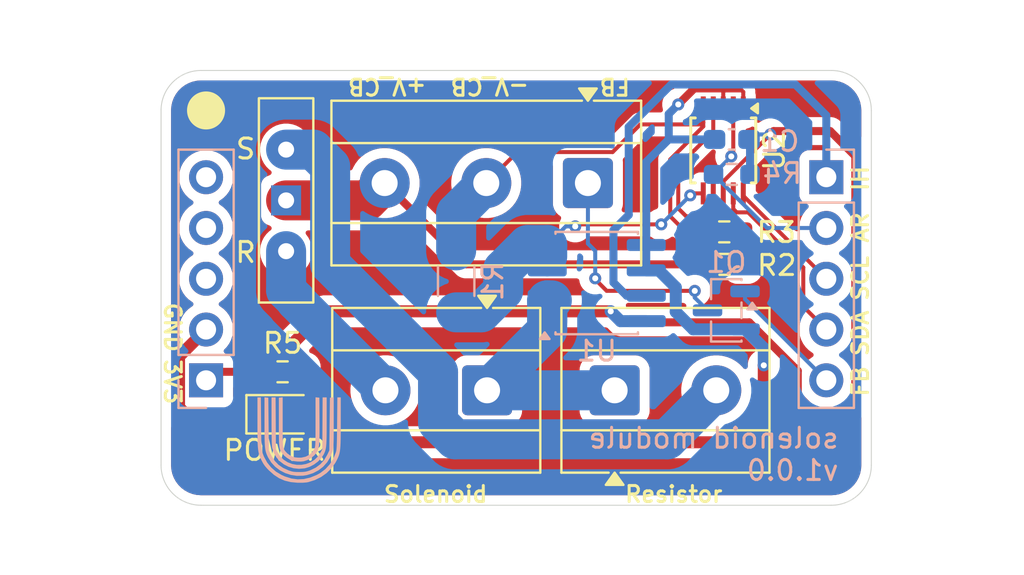
<source format=kicad_pcb>
(kicad_pcb (version 20241229) (generator "pcbnew") (generator_version "9.0")
  (layers (0 "F.Cu" signal) (2 "B.Cu" signal) (13 "F.Paste" user) (15 "B.Paste" user) (5 "F.SilkS" user "F.Silkscreen") (7 "B.SilkS" user "B.Silkscreen") (1 "F.Mask" user) (3 "B.Mask" user) (25 "Edge.Cuts" user))
  (net 0 "")
  (net 1 "GND")
  (net 2 "+3V3")
  (net 6 "/Current measure/I_Hall")
  (net 7 "/ADC/ALERT{slash}READY")
  (net 8 "SDA")
  (net 9 "Net-(J2-Pin_5)")
  (net 10 "SCL")
  (net 11 "/Current measure/IN+")
  (net 12 "Net-(J3-Pin_2)")
  (net 13 "Net-(J4-Pin_2)")
  (net 14 "Net-(J5-Pin_1)")
  (net 15 "+12V_camera_box")
  (net 16 "/ADC/A1")
  (net 17 "/ADC/A2")
  (net 18 "/ADC/A0")
  (net 19 "/ADC/A3")
  (net 20 "Net-(D2-A)")
  (footprint "TerminalBlock_MetzConnect:TerminalBlock_MetzConnect_Type101_RT01602HBWC_1x02_P5.08mm_Horizontal" (layer "F.Cu") (at 76.42 40.5)
    (property "Reference" "Resistor" (at 2.955 5.2 0) (layer "F.SilkS") (effects (font (size 0.8 0.8))))
    (property "Value" "1x2 5.08")
    (fp_line (start -2.66 -4.12) (end 7.74 -4.12) (stroke (width 0.12)) (layer "F.SilkS"))
    (fp_line (start -2.66 -2) (end 7.74 -2) (stroke (width 0.12)) (layer "F.SilkS"))
    (fp_line (start -2.66 2) (end 7.74 2) (stroke (width 0.12)) (layer "F.SilkS"))
    (fp_line (start -2.66 4.12) (end -2.66 -4.12) (stroke (width 0.12)) (layer "F.SilkS"))
    (fp_line (start -0.3 4.12) (end -2.66 4.12) (stroke (width 0.12)) (layer "F.SilkS"))
    (fp_line (start 7.74 -4.12) (end 7.74 4.12) (stroke (width 0.12)) (layer "F.SilkS"))
    (fp_line (start 7.74 4.12) (end 0.3 4.12) (stroke (width 0.12)) (layer "F.SilkS"))
    (fp_poly (pts (xy 0 4.12) (xy 0.44 4.73) (xy -0.44 4.73)) (stroke (width 0.12)) (fill yes) (layer "F.SilkS"))
    (pad "1" thru_hole roundrect (at 0 0) (size 2.5 2.5) (drill 1.3) (layers "*.Cu" "*.Mask") (roundrect_rratio 0.1) (net 11 "/Current measure/IN+"))
    (pad "2" thru_hole circle (at 5.08 0) (size 2.5 2.5) (drill 1.3) (layers "*.Cu" "*.Mask") (net 12 "Net-(J3-Pin_2)"))
  )
  (footprint "Button_Switch_THT:SW_Slide-03_Wuerth-WS-SLTV_10x2.5x6.4_P2.54mm" (layer "F.Cu") (at 60 31 90)
    (property "Reference" "SW1" (hide yes))
    (property "Value" "3way switch")
    (fp_rect (start -5.11 -1.36) (end 5.11 1.36) (stroke (width 0.12)) (fill no) (layer "F.SilkS"))
    (pad "1" thru_hole rect (at 0 0 90) (size 1.5 1.5) (drill 0.8) (layers "*.Cu" "*.Mask") (net 15 "+12V_camera_box"))
    (pad "2" thru_hole circle (at -2.54 0 90) (size 1.6 1.6) (drill 0.8) (layers "*.Cu" "*.Mask") (net 13 "Net-(J4-Pin_2)"))
    (pad "3" thru_hole circle (at 2.54 0 90) (size 1.6 1.6) (drill 0.8) (layers "*.Cu" "*.Mask") (net 12 "Net-(J3-Pin_2)"))
  )
  (footprint "Package_SO:TSSOP-10_3x3mm_P0.5mm" (layer "F.Cu") (at 81.85 28.5 -90)
    (property "Reference" "U2" (at 0 -2.55 90) (layer "F.SilkS"))
    (property "Value" "ADS1115IDGS")
    (fp_line (start -1.625 1.625) (end 1.625 1.625) (stroke (width 0.15)) (layer "F.SilkS"))
    (fp_line (start -1.625 1.625) (end -1.625 1.4) (stroke (width 0.15)) (layer "F.SilkS"))
    (fp_line (start 1.625 1.625) (end 1.625 1.4) (stroke (width 0.15)) (layer "F.SilkS"))
    (fp_line (start -1.625 -1.625) (end -1.625 -1.4) (stroke (width 0.15)) (layer "F.SilkS"))
    (fp_line (start -1.625 -1.625) (end 1.625 -1.625) (stroke (width 0.15)) (layer "F.SilkS"))
    (fp_line (start 1.625 -1.625) (end 1.625 -1.4) (stroke (width 0.15)) (layer "F.SilkS"))
    (fp_poly (pts (xy -2.1 -1.4) (xy -2.34 -1.73) (xy -1.86 -1.73) (xy -2.1 -1.4)) (stroke (width 0.12)) (fill yes) (layer "F.SilkS"))
    (pad "1" smd rect (at -2.15 -1 270) (size 1.1 0.25) (layers "F.Cu" "F.Mask" "F.Paste") (net 1 "GND"))
    (pad "2" smd rect (at -2.15 -0.5 270) (size 1.1 0.25) (layers "F.Cu" "F.Mask" "F.Paste") (net 7 "/ADC/ALERT{slash}READY"))
    (pad "3" smd rect (at -2.15 0 270) (size 1.1 0.25) (layers "F.Cu" "F.Mask" "F.Paste") (net 1 "GND"))
    (pad "4" smd rect (at -2.15 0.5 270) (size 1.1 0.25) (layers "F.Cu" "F.Mask" "F.Paste") (net 18 "/ADC/A0"))
    (pad "5" smd rect (at -2.15 1 270) (size 1.1 0.25) (layers "F.Cu" "F.Mask" "F.Paste") (net 16 "/ADC/A1"))
    (pad "6" smd rect (at 2.15 1 270) (size 1.1 0.25) (layers "F.Cu" "F.Mask" "F.Paste") (net 17 "/ADC/A2"))
    (pad "7" smd rect (at 2.15 0.5 270) (size 1.1 0.25) (layers "F.Cu" "F.Mask" "F.Paste") (net 19 "/ADC/A3"))
    (pad "8" smd rect (at 2.15 0 270) (size 1.1 0.25) (layers "F.Cu" "F.Mask" "F.Paste") (net 2 "+3V3"))
    (pad "9" smd rect (at 2.15 -0.5 270) (size 1.1 0.25) (layers "F.Cu" "F.Mask" "F.Paste") (net 8 "SDA"))
    (pad "10" smd rect (at 2.15 -1 270) (size 1.1 0.25) (layers "F.Cu" "F.Mask" "F.Paste") (net 10 "SCL"))
  )
  (footprint "Resistor_SMD:R_0603_1608Metric_Pad0.98x0.95mm_HandSolder" (layer "F.Cu") (at 59.825 39.575)
    (property "Reference" "R5" (at 0 -1.43 0) (layer "F.SilkS"))
    (property "Value" "1k")
    (fp_line (start -0.254724 -0.5225) (end 0.254724 -0.5225) (stroke (width 0.12)) (layer "F.SilkS"))
    (fp_line (start -0.254724 0.5225) (end 0.254724 0.5225) (stroke (width 0.12)) (layer "F.SilkS"))
    (pad "1" smd roundrect (at -0.9125 0) (size 0.975 0.95) (layers "F.Cu" "F.Mask" "F.Paste") (net 2 "+3V3"))
    (pad "2" smd roundrect (at 0.9125 0) (size 0.975 0.95) (layers "F.Cu" "F.Mask" "F.Paste") (net 20 "Net-(D2-A)"))
  )
  (footprint "TerminalBlock_MetzConnect:TerminalBlock_MetzConnect_Type101_RT01602HBWC_1x02_P5.08mm_Horizontal" (layer "F.Cu") (at 70.045 40.5 180)
    (property "Reference" "Solenoid" (at 2.57 -5.2 0) (layer "F.SilkS") (effects (font (size 0.8 0.8))))
    (property "Value" "1x2 5.08")
    (fp_line (start 7.74 4.12) (end 0.3 4.12) (stroke (width 0.12)) (layer "F.SilkS"))
    (fp_line (start 7.74 -4.12) (end 7.74 4.12) (stroke (width 0.12)) (layer "F.SilkS"))
    (fp_line (start -0.3 4.12) (end -2.66 4.12) (stroke (width 0.12)) (layer "F.SilkS"))
    (fp_line (start -2.66 4.12) (end -2.66 -4.12) (stroke (width 0.12)) (layer "F.SilkS"))
    (fp_line (start -2.66 2) (end 7.74 2) (stroke (width 0.12)) (layer "F.SilkS"))
    (fp_line (start -2.66 -2) (end 7.74 -2) (stroke (width 0.12)) (layer "F.SilkS"))
    (fp_line (start -2.66 -4.12) (end 7.74 -4.12) (stroke (width 0.12)) (layer "F.SilkS"))
    (fp_poly (pts (xy 0 4.12) (xy 0.44 4.73) (xy -0.44 4.73)) (stroke (width 0.12)) (fill yes) (layer "F.SilkS"))
    (pad "1" thru_hole roundrect (at 0 0 180) (size 2.5 2.5) (drill 1.3) (layers "*.Cu" "*.Mask") (roundrect_rratio 0.1) (net 11 "/Current measure/IN+"))
    (pad "2" thru_hole circle (at 5.08 0 180) (size 2.5 2.5) (drill 1.3) (layers "*.Cu" "*.Mask") (net 13 "Net-(J4-Pin_2)"))
  )
  (footprint "Resistor_SMD:R_0603_1608Metric_Pad0.98x0.95mm_HandSolder" (layer "F.Cu") (at 81.9 32.575 180)
    (property "Reference" "R3" (at -2.6 -0.025 0) (layer "F.SilkS"))
    (property "Value" "3K3")
    (fp_line (start -0.254724 0.5225) (end 0.254724 0.5225) (stroke (width 0.12)) (layer "F.SilkS"))
    (fp_line (start -0.254724 -0.5225) (end 0.254724 -0.5225) (stroke (width 0.12)) (layer "F.SilkS"))
    (pad "1" smd roundrect (at -0.9125 0 180) (size 0.975 0.95) (layers "F.Cu" "F.Mask" "F.Paste") (net 18 "/ADC/A0"))
    (pad "2" smd roundrect (at 0.9125 0 180) (size 0.975 0.95) (layers "F.Cu" "F.Mask" "F.Paste") (net 16 "/ADC/A1"))
  )
  (footprint "Resistor_SMD:R_0603_1608Metric_Pad0.98x0.95mm_HandSolder" (layer "F.Cu") (at 81.9125 34.2)
    (property "Reference" "R2" (at 2.6125 0.05 0) (layer "F.SilkS"))
    (property "Value" "10K")
    (fp_line (start -0.254724 -0.5225) (end 0.254724 -0.5225) (stroke (width 0.12)) (layer "F.SilkS"))
    (fp_line (start -0.254724 0.5225) (end 0.254724 0.5225) (stroke (width 0.12)) (layer "F.SilkS"))
    (pad "1" smd roundrect (at -0.9125 0) (size 0.975 0.95) (layers "F.Cu" "F.Mask" "F.Paste") (net 15 "+12V_camera_box"))
    (pad "2" smd roundrect (at 0.9125 0) (size 0.975 0.95) (layers "F.Cu" "F.Mask" "F.Paste") (net 18 "/ADC/A0"))
  )
  (footprint "TerminalBlock_MetzConnect:TerminalBlock_MetzConnect_Type101_RT01603HBWC_1x03_P5.08mm_Horizontal" (layer "F.Cu") (at 75.085 30.1325 180)
    (property "Reference" "J5" (hide yes))
    (property "Value" "1x3 5.08")
    (fp_line (start 12.82 4.12) (end 0.3 4.12) (stroke (width 0.12)) (layer "F.SilkS"))
    (fp_line (start 12.82 -4.12) (end 12.82 4.12) (stroke (width 0.12)) (layer "F.SilkS"))
    (fp_line (start -0.3 4.12) (end -2.66 4.12) (stroke (width 0.12)) (layer "F.SilkS"))
    (fp_line (start -2.66 4.12) (end -2.66 -4.12) (stroke (width 0.12)) (layer "F.SilkS"))
    (fp_line (start -2.66 2) (end 12.82 2) (stroke (width 0.12)) (layer "F.SilkS"))
    (fp_line (start -2.66 -2) (end 12.82 -2) (stroke (width 0.12)) (layer "F.SilkS"))
    (fp_line (start -2.66 -4.12) (end 12.82 -4.12) (stroke (width 0.12)) (layer "F.SilkS"))
    (fp_poly (pts (xy 0 4.12) (xy 0.44 4.73) (xy -0.44 4.73)) (stroke (width 0.12)) (fill yes) (layer "F.SilkS"))
    (pad "1" thru_hole roundrect (at 0 0 180) (size 2.5 2.5) (drill 1.3) (layers "*.Cu" "*.Mask") (roundrect_rratio 0.1) (net 14 "Net-(J5-Pin_1)"))
    (pad "2" thru_hole circle (at 5.08 0 180) (size 2.5 2.5) (drill 1.3) (layers "*.Cu" "*.Mask") (net 16 "/ADC/A1"))
    (pad "3" thru_hole circle (at 10.16 0 180) (size 2.5 2.5) (drill 1.3) (layers "*.Cu" "*.Mask") (net 15 "+12V_camera_box"))
  )
  (footprint "LED_SMD:LED_0805_2012Metric_Pad1.15x1.40mm_HandSolder" (layer "F.Cu") (at 59.875 41.7)
    (property "Reference" "POWER" (at -0.45 1.8 0) (layer "F.SilkS"))
    (property "Value" "LED_GREEN")
    (fp_line (start -1.86 -0.96) (end -1.86 0.96) (stroke (width 0.12)) (layer "F.SilkS"))
    (fp_line (start -1.86 0.96) (end 1 0.96) (stroke (width 0.12)) (layer "F.SilkS"))
    (fp_line (start 1 -0.96) (end -1.86 -0.96) (stroke (width 0.12)) (layer "F.SilkS"))
    (pad "1" smd roundrect (at -1.025 0) (size 1.15 1.4) (layers "F.Cu" "F.Mask" "F.Paste") (roundrect_rratio 0.217391) (net 1 "GND"))
    (pad "2" smd roundrect (at 1.025 0) (size 1.15 1.4) (layers "F.Cu" "F.Mask" "F.Paste") (roundrect_rratio 0.217391) (net 20 "Net-(D2-A)"))
  )
  (footprint "Connector_PinHeader_2.54mm:PinHeader_1x05_P2.54mm_Vertical" (layer "B.Cu") (at 87 29.84 180)
    (property "Reference" "J2" (hide yes))
    (property "Value" "1x5 2.54")
    (fp_line (start 1.38 -1.27) (end 1.38 -11.54) (stroke (width 0.12)) (layer "B.SilkS"))
    (fp_line (start -1.38 1.38) (end 0 1.38) (stroke (width 0.12)) (layer "B.SilkS"))
    (fp_line (start -1.38 0) (end -1.38 1.38) (stroke (width 0.12)) (layer "B.SilkS"))
    (fp_line (start -1.38 -1.27) (end 1.38 -1.27) (stroke (width 0.12)) (layer "B.SilkS"))
    (fp_line (start -1.38 -1.27) (end -1.38 -11.54) (stroke (width 0.12)) (layer "B.SilkS"))
    (fp_line (start -1.38 -11.54) (end 1.38 -11.54) (stroke (width 0.12)) (layer "B.SilkS"))
    (pad "1" thru_hole rect (at 0 0 180) (size 1.7 1.7) (drill 1) (layers "*.Cu" "*.Mask") (net 6 "/Current measure/I_Hall"))
    (pad "2" thru_hole circle (at 0 -2.54 180) (size 1.7 1.7) (drill 1) (layers "*.Cu" "*.Mask") (net 7 "/ADC/ALERT{slash}READY"))
    (pad "3" thru_hole circle (at 0 -5.08 180) (size 1.7 1.7) (drill 1) (layers "*.Cu" "*.Mask") (net 10 "SCL"))
    (pad "4" thru_hole circle (at 0 -7.62 180) (size 1.7 1.7) (drill 1) (layers "*.Cu" "*.Mask") (net 8 "SDA"))
    (pad "5" thru_hole circle (at 0 -10.16 180) (size 1.7 1.7) (drill 1) (layers "*.Cu" "*.Mask") (net 9 "Net-(J2-Pin_5)"))
  )
  (footprint "Package_SO:SOIC-8_3.9x4.9mm_P1.27mm" (layer "B.Cu") (at 75.525 35.135)
    (property "Reference" "U1" (at 0 3.4 0) (layer "B.SilkS") (effects (justify mirror)))
    (property "Value" "TMCS1107A3")
    (fp_line (start -2.06 -2.56) (end -2.06 -2.465) (stroke (width 0.12)) (layer "B.SilkS"))
    (fp_line (start -2.06 2.465) (end -2.06 2.56) (stroke (width 0.12)) (layer "B.SilkS"))
    (fp_line (start -2.06 2.56) (end 2.06 2.56) (stroke (width 0.12)) (layer "B.SilkS"))
    (fp_line (start 2.06 -2.56) (end -2.06 -2.56) (stroke (width 0.12)) (layer "B.SilkS"))
    (fp_line (start 2.06 -2.465) (end 2.06 -2.56) (stroke (width 0.12)) (layer "B.SilkS"))
    (fp_line (start 2.06 2.56) (end 2.06 2.465) (stroke (width 0.12)) (layer "B.SilkS"))
    (fp_poly (pts (xy -2.6 2.47) (xy -2.84 2.8) (xy -2.36 2.8)) (stroke (width 0.12)) (fill yes) (layer "B.SilkS"))
    (pad "1" smd roundrect (at -2.475 1.905) (size 1.95 0.6) (layers "B.Cu" "B.Mask" "B.Paste") (net 11 "/Current measure/IN+"))
    (pad "2" smd roundrect (at -2.475 0.635) (size 1.95 0.6) (layers "B.Cu" "B.Mask" "B.Paste") (net 11 "/Current measure/IN+"))
    (pad "3" smd roundrect (at -2.475 -0.635) (size 1.95 0.6) (layers "B.Cu" "B.Mask" "B.Paste") (net 17 "/ADC/A2"))
    (pad "4" smd roundrect (at -2.475 -1.905) (size 1.95 0.6) (layers "B.Cu" "B.Mask" "B.Paste") (net 17 "/ADC/A2"))
    (pad "5" smd roundrect (at 2.475 -1.905) (size 1.95 0.6) (layers "B.Cu" "B.Mask" "B.Paste") (net 1 "GND"))
    (pad "6" smd roundrect (at 2.475 -0.635) (size 1.95 0.6) (layers "B.Cu" "B.Mask" "B.Paste") (net 1 "GND"))
    (pad "7" smd roundrect (at 2.475 0.635) (size 1.95 0.6) (layers "B.Cu" "B.Mask" "B.Paste") (net 6 "/Current measure/I_Hall"))
    (pad "8" smd roundrect (at 2.475 1.905) (size 1.95 0.6) (layers "B.Cu" "B.Mask" "B.Paste") (net 2 "+3V3"))
  )
  (footprint "Package_TO_SOT_SMD:SOT-23" (layer "B.Cu") (at 82 36.5 180)
    (property "Reference" "Q1" (at 0 2.4 0) (layer "B.SilkS") (effects (justify mirror)))
    (property "Value" "BC817")
    (fp_line (start 0.76 1.56) (end 0.76 0.56) (stroke (width 0.12)) (layer "B.SilkS"))
    (fp_line (start 0.76 -0.56) (end 0.76 -1.56) (stroke (width 0.12)) (layer "B.SilkS"))
    (fp_line (start 0.76 -1.56) (end -0.76 -1.56) (stroke (width 0.12)) (layer "B.SilkS"))
    (fp_line (start -0.76 1.56) (end 0.76 1.56) (stroke (width 0.12)) (layer "B.SilkS"))
    (fp_line (start -0.76 1.51) (end -0.76 1.56) (stroke (width 0.12)) (layer "B.SilkS"))
    (fp_line (start -0.76 -0.39) (end -0.76 0.39) (stroke (width 0.12)) (layer "B.SilkS"))
    (fp_line (start -0.76 -1.56) (end -0.76 -1.51) (stroke (width 0.12)) (layer "B.SilkS"))
    (fp_poly (pts (xy -1.3 0.38) (xy -1.06 0.05) (xy -1.54 0.05)) (stroke (width 0.12)) (fill yes) (layer "B.SilkS"))
    (pad "1" smd roundrect (at -0.9375 0.95 180) (size 1.475 0.6) (layers "B.Cu" "B.Mask" "B.Paste") (net 9 "Net-(J2-Pin_5)"))
    (pad "2" smd roundrect (at -0.9375 -0.95 180) (size 1.475 0.6) (layers "B.Cu" "B.Mask" "B.Paste") (net 1 "GND"))
    (pad "3" smd roundrect (at 0.9375 0 180) (size 1.475 0.6) (layers "B.Cu" "B.Mask" "B.Paste") (net 14 "Net-(J5-Pin_1)"))
  )
  (footprint "LOGO" (layer "B.Cu") (at 60.65 45.399953 180)
    (property "Reference" "G***" (hide yes))
    (property "Value" "LOGO" (hide yes))
    (fp_poly (pts (xy -1.16703 3.248326) (xy -1.158545 1.950462) (xy -1.076093 1.793912) (xy -0.936279 1.586114) (xy -0.762677 1.419959) (xy -0.562812 1.295449) (xy -0.344209 1.212583) (xy -0.114394 1.17136) (xy 0.119107 1.171782) (xy 0.348769 1.213847) (xy 0.567067 1.297556) (xy 0.766475 1.422909) (xy 0.939468 1.589907) (xy 1.076092 1.793912) (xy 1.158545 1.950462) (xy 1.167029 3.248326) (xy 1.175514 4.54619) (xy 1.277018 4.54619) (xy 1.378522 4.54619) (xy 1.378522 3.359758) (xy 1.37763 3.01649) (xy 1.374996 2.718631) (xy 1.370681 2.468701) (xy 1.364747 2.269222) (xy 1.357255 2.122715) (xy 1.348267 2.031699) (xy 1.345791 2.017899) (xy 1.26465 1.767855) (xy 1.13597 1.544596) (xy 0.966299 1.35219) (xy 0.762182 1.194708) (xy 0.530164 1.076219) (xy 0.276794 1.000794) (xy 0.008615 0.972502) (xy -0.267824 0.995413) (xy -0.291648 0.999882) (xy -0.518831 1.069435) (xy -0.739084 1.182993) (xy -0.939697 1.3311) (xy -1.107963 1.504296) (xy -1.231175 1.693126) (xy -1.235803 1.702557) (xy -1.269485 1.775632) (xy -1.297435 1.846931) (xy -1.320183 1.922609) (xy -1.338259 2.00882) (xy -1.352194 2.11172) (xy -1.362517 2.237465) (xy -1.369759 2.392208) (xy -1.37445 2.582105) (xy -1.377119 2.813312) (xy -1.378297 3.091982) (xy -1.378522 3.359758) (xy -1.378522 4.54619) (xy -1.277019 4.54619) (xy -1.175515 4.54619)) (fill yes) (layer "B.SilkS"))
    (fp_poly (pts (xy 1.730051 3.32351) (xy 1.729622 2.994938) (xy 1.728168 2.718819) (xy 1.725059 2.488947) (xy 1.719665 2.299117) (xy 1.711358 2.143121) (xy 1.699507 2.014754) (xy 1.683482 1.90781) (xy 1.662655 1.816082) (xy 1.636395 1.733366) (xy 1.604073 1.653454) (xy 1.565059 1.570141) (xy 1.548838 1.537282) (xy 1.393055 1.287934) (xy 1.194682 1.073031) (xy 0.960763 0.895751) (xy 0.69834 0.759272) (xy 0.414456 0.666772) (xy 0.116156 0.62143) (xy -0.189518 0.626423) (xy -0.395959 0.659737) (xy -0.695209 0.754151) (xy -0.966063 0.895553) (xy -1.203483 1.079188) (xy -1.402433 1.300305) (xy -1.557876 1.554149) (xy -1.664774 1.835966) (xy -1.672255 1.864152) (xy -1.686664 1.924243) (xy -1.698494 1.985294) (xy -1.707998 2.053593) (xy -1.715426 2.135427) (xy -1.72103 2.237083) (xy -1.725061 2.364847) (xy -1.72777 2.525009) (xy -1.729409 2.723854) (xy -1.730229 2.96767) (xy -1.730481 3.262745) (xy -1.730485 3.320869) (xy -1.730485 4.549906) (xy -1.635162 4.540716) (xy -1.539839 4.531525) (xy -1.525174 3.211663) (xy -1.510509 1.891802) (xy -1.404587 1.671825) (xy -1.251944 1.415239) (xy -1.061308 1.202422) (xy -0.830376 1.031334) (xy -0.556845 0.899935) (xy -0.516273 0.885034) (xy -0.402701 0.848698) (xy -0.297633 0.826385) (xy -0.17984 0.815081) (xy -0.028098 0.811777) (xy 0 0.811788) (xy 0.154715 0.814526) (xy 0.272231 0.824117) (xy 0.373907 0.843894) (xy 0.481096 0.877187) (xy 0.527944 0.89416) (xy 0.801243 1.018549) (xy 1.027939 1.173741) (xy 1.214445 1.365425) (xy 1.367171 1.599293) (xy 1.404134 1.671825) (xy 1.510508 1.891802) (xy 1.525173 3.211663) (xy 1.539838 4.531525) (xy 1.635161 4.540716) (xy 1.730485 4.549906)) (fill yes) (layer "B.SilkS"))
    (fp_poly (pts (xy 0.91657 4.540716) (xy 1.011893 4.531525) (xy 1.011893 3.314319) (xy 1.011757 2.999393) (xy 1.01092 2.737199) (xy 1.008739 2.521809) (xy 1.004572 2.347294) (xy 0.997775 2.207727) (xy 0.987705 2.097179) (xy 0.97372 2.009721) (xy 0.955176 1.939425) (xy 0.93143 1.880364) (xy 0.90184 1.826608) (xy 0.865763 1.77223) (xy 0.840824 1.736961) (xy 0.739769 1.625601) (xy 0.604346 1.516819) (xy 0.457171 1.427118) (xy 0.356415 1.383539) (xy 0.22782 1.353978) (xy 0.069534 1.33722) (xy -0.090546 1.334888) (xy -0.224527 1.348604) (xy -0.228917 1.349503) (xy -0.418073 1.411927) (xy -0.599427 1.512982) (xy -0.758326 1.641868) (xy -0.880118 1.787784) (xy -0.920388 1.859205) (xy -0.946709 1.921286) (xy -0.968353 1.990158) (xy -0.985703 2.071758) (xy -0.999138 2.172021) (xy -1.009041 2.296882) (xy -1.015792 2.452275) (xy -1.019773 2.644137) (xy -1.021365 2.878402) (xy -1.020949 3.161006) (xy -1.019581 3.403518) (xy -1.011894 4.531525) (xy -0.916571 4.540716) (xy -0.821248 4.549906) (xy -0.820603 3.32351) (xy -0.820277 3.020426) (xy -0.819492 2.770259) (xy -0.818015 2.567266) (xy -0.815617 2.405704) (xy -0.812064 2.27983) (xy -0.807125 2.183899) (xy -0.800569 2.112171) (xy -0.792163 2.0589) (xy -0.781677 2.018345) (xy -0.768878 1.984762) (xy -0.766368 1.979142) (xy -0.656928 1.805987) (xy -0.506359 1.671146) (xy -0.320871 1.578295) (xy -0.106676 1.531107) (xy 0 1.525747) (xy 0.221234 1.547745) (xy 0.410622 1.615954) (xy 0.576337 1.733692) (xy 0.621835 1.778307) (xy 0.668612 1.827729) (xy 0.707435 1.873198) (xy 0.739046 1.920479) (xy 0.764184 1.97534) (xy 0.783593 2.043546) (xy 0.798012 2.130864) (xy 0.808182 2.24306) (xy 0.814846 2.385899) (xy 0.818743 2.565149) (xy 0.820615 2.786575) (xy 0.821203 3.055944) (xy 0.821247 3.329901) (xy 0.821247 4.549906)) (fill yes) (layer "B.SilkS"))
    (fp_poly (pts (xy -1.89947 3.248326) (xy -1.896507 2.93247) (xy -1.893446 2.669571) (xy -1.890041 2.453927) (xy -1.886041 2.279836) (xy -1.881198 2.141595) (xy -1.875264 2.033501) (xy -1.867989 1.949852) (xy -1.859125 1.884945) (xy -1.848424 1.833078) (xy -1.83583 1.789146) (xy -1.705446 1.474546) (xy -1.531423 1.197678) (xy -1.315591 0.960688) (xy -1.059782 0.765718) (xy -0.875049 0.663555) (xy -0.552484 0.533851) (xy -0.238089 0.461394) (xy 0.072762 0.446184) (xy 0.384698 0.488221) (xy 0.702345 0.587506) (xy 0.875048 0.663555) (xy 1.155595 0.830376) (xy 1.39734 1.040596) (xy 1.598453 1.292071) (xy 1.757104 1.582658) (xy 1.83583 1.789146) (xy 1.848587 1.83374) (xy 1.859261 1.88575) (xy 1.8681 1.95088) (xy 1.875355 2.034832) (xy 1.881272 2.143309) (xy 1.886101 2.282012) (xy 1.890091 2.456645) (xy 1.89349 2.672911) (xy 1.896547 2.936511) (xy 1.899469 3.248326) (xy 1.910772 4.54619) (xy 1.99661 4.54619) (xy 2.082448 4.54619) (xy 2.082448 3.301572) (xy 2.082091 2.963329) (xy 2.080564 2.677535) (xy 2.077184 2.437981) (xy 2.071266 2.238457) (xy 2.062128 2.072753) (xy 2.049085 1.93466) (xy 2.031453 1.817968) (xy 2.00855 1.716469) (xy 1.979691 1.623952) (xy 1.944192 1.534207) (xy 1.901369 1.441026) (xy 1.870701 1.378522) (xy 1.791347 1.233166) (xy 1.704008 1.106818) (xy 1.593385 0.978882) (xy 1.511262 0.894573) (xy 1.258474 0.670965) (xy 0.999421 0.501475) (xy 0.724462 0.381953) (xy 0.423953 0.308247) (xy 0.088251 0.27621) (xy 0.073325 0.275717) (xy -0.172881 0.275165) (xy -0.367375 0.290064) (xy -0.454619 0.305569) (xy -0.791648 0.411162) (xy -1.100593 0.563857) (xy -1.376419 0.75982) (xy -1.614087 0.995217) (xy -1.80856 1.266212) (xy -1.87444 1.386325) (xy -1.921055 1.481313) (xy -1.960105 1.569202) (xy -1.99226 1.656149) (xy -2.018191 1.74831) (xy -2.038566 1.851843) (xy -2.054058 1.972903) (xy -2.065335 2.117648) (xy -2.073068 2.292234) (xy -2.077928 2.502818) (xy -2.080585 2.755557) (xy -2.081709 3.056608) (xy -2.081939 3.292321) (xy -2.082448 4.54619) (xy -1.996611 4.54619) (xy -1.910773 4.54619)) (fill yes) (layer "B.SilkS"))
  )
  (footprint "Resistor_SMD:R_1206_3216Metric_Pad1.30x1.75mm_HandSolder" (layer "B.Cu") (at 68.5 35.05 90)
    (property "Reference" "R1" (at 0 1.83 90) (layer "B.SilkS") (effects (justify mirror)))
    (property "Value" "R01")
    (fp_line (start -0.727064 -0.91) (end 0.727064 -0.91) (stroke (width 0.12)) (layer "B.SilkS"))
    (fp_line (start -0.727064 0.91) (end 0.727064 0.91) (stroke (width 0.12)) (layer "B.SilkS"))
    (pad "1" smd roundrect (at -1.55 0 90) (size 1.3 1.75) (layers "B.Cu" "B.Mask" "B.Paste") (roundrect_rratio 0.192308) (net 17 "/ADC/A2"))
    (pad "2" smd roundrect (at 1.55 0 90) (size 1.3 1.75) (layers "B.Cu" "B.Mask" "B.Paste") (roundrect_rratio 0.192308) (net 16 "/ADC/A1"))
  )
  (footprint "Capacitor_SMD:C_0603_1608Metric_Pad1.08x0.95mm_HandSolder" (layer "B.Cu") (at 82.275 27.95 180)
    (property "Reference" "C1" (at -2.4 -0.1 0) (layer "B.SilkS") (effects (justify mirror)))
    (property "Value" "0.1 uF")
    (fp_line (start -0.146267 0.51) (end 0.146267 0.51) (stroke (width 0.12)) (layer "B.SilkS"))
    (fp_line (start -0.146267 -0.51) (end 0.146267 -0.51) (stroke (width 0.12)) (layer "B.SilkS"))
    (pad "1" smd roundrect (at -0.8625 0 180) (size 1.075 0.95) (layers "B.Cu" "B.Mask" "B.Paste") (net 2 "+3V3"))
    (pad "2" smd roundrect (at 0.8625 0 180) (size 1.075 0.95) (layers "B.Cu" "B.Mask" "B.Paste") (net 1 "GND"))
  )
  (footprint "Resistor_SMD:R_0603_1608Metric_Pad0.98x0.95mm_HandSolder" (layer "B.Cu") (at 82.275 29.7)
    (property "Reference" "R4" (at 2.525 -0.05 0) (layer "B.SilkS") (effects (justify mirror)))
    (property "Value" "10k")
    (fp_line (start -0.254724 -0.5225) (end 0.254724 -0.5225) (stroke (width 0.12)) (layer "B.SilkS"))
    (fp_line (start -0.254724 0.5225) (end 0.254724 0.5225) (stroke (width 0.12)) (layer "B.SilkS"))
    (pad "1" smd roundrect (at -0.9125 0) (size 0.975 0.95) (layers "B.Cu" "B.Mask" "B.Paste") (net 7 "/ADC/ALERT{slash}READY"))
    (pad "2" smd roundrect (at 0.9125 0) (size 0.975 0.95) (layers "B.Cu" "B.Mask" "B.Paste") (net 2 "+3V3"))
  )
  (footprint "Connector_PinHeader_2.54mm:PinHeader_1x05_P2.54mm_Vertical" (layer "B.Cu") (at 56 40)
    (property "Reference" "J1" (hide yes))
    (property "Value" "1x5 2.54")
    (fp_line (start -1.38 -11.54) (end 1.38 -11.54) (stroke (width 0.12)) (layer "B.SilkS"))
    (fp_line (start -1.38 -1.27) (end -1.38 -11.54) (stroke (width 0.12)) (layer "B.SilkS"))
    (fp_line (start -1.38 -1.27) (end 1.38 -1.27) (stroke (width 0.12)) (layer "B.SilkS"))
    (fp_line (start -1.38 0) (end -1.38 1.38) (stroke (width 0.12)) (layer "B.SilkS"))
    (fp_line (start -1.38 1.38) (end 0 1.38) (stroke (width 0.12)) (layer "B.SilkS"))
    (fp_line (start 1.38 -1.27) (end 1.38 -11.54) (stroke (width 0.12)) (layer "B.SilkS"))
    (pad "1" thru_hole rect (at 0 0) (size 1.7 1.7) (drill 1) (layers "*.Cu" "*.Mask") (net 2 "+3V3"))
    (pad "2" thru_hole circle (at 0 -2.54) (size 1.7 1.7) (drill 1) (layers "*.Cu" "*.Mask") (net 1 "GND"))
    (pad "3" thru_hole circle (at 0 -5.08) (size 1.7 1.7) (drill 1) (layers "*.Cu" "*.Mask"))
    (pad "4" thru_hole circle (at 0 -7.62) (size 1.7 1.7) (drill 1) (layers "*.Cu" "*.Mask"))
    (pad "5" thru_hole circle (at 0 -10.16) (size 1.7 1.7) (drill 1) (layers "*.Cu" "*.Mask"))
  )
  (gr_circle (center 55.998612 26.5) (end 56.848612 26.8) (stroke (width 0.1)) (fill yes) (layer "F.SilkS"))
  (gr_line (start 87.250156 46.250111) (end 55.75 46.249844) (stroke (width 0.05)) (layer "Edge.Cuts"))
  (gr_arc (start 53.75 26.475176) (mid 54.344536 25.077028) (end 55.75 24.5) (stroke (width 0.05)) (layer "Edge.Cuts"))
  (gr_arc (start 55.75 46.249844) (mid 54.335786 45.664058) (end 53.75 44.249844) (stroke (width 0.05)) (layer "Edge.Cuts"))
  (gr_arc (start 87.250156 24.499844) (mid 88.66448 25.085676) (end 89.250312 26.5) (stroke (width 0.05)) (layer "Edge.Cuts"))
  (gr_line (start 53.75 44.249844) (end 53.75 26.475176) (stroke (width 0.05)) (layer "Edge.Cuts"))
  (gr_line (start 55.75 24.5) (end 87.250156 24.499844) (stroke (width 0.05)) (layer "Edge.Cuts"))
  (gr_arc (start 89.250312 44.25) (mid 88.66448 45.664324) (end 87.250156 46.250156) (stroke (width 0.05)) (layer "Edge.Cuts"))
  (gr_line (start 89.250312 26.5) (end 89.250312 44.25) (stroke (width 0.05)) (layer "Edge.Cuts"))
  (gr_text "SCL" (at 88.7 34.9 90) (layer "F.SilkS") (effects (font (size 0.8 0.8))))
  (gr_text "3V3" (at 54.325 40.075 270) (layer "F.SilkS") (effects (font (size 0.8 0.8))))
  (gr_text "AR" (at 88.7 32.35 90) (layer "F.SilkS") (effects (font (size 0.8 0.8))))
  (gr_text "GND" (at 54.325 37.35 270) (layer "F.SilkS") (effects (font (size 0.8 0.8))))
  (gr_text "R" (at 57.975 33.6 0) (layer "F.SilkS") (effects (font (size 1 1))))
  (gr_text "-V_CB" (at 70.175 25.3 180) (layer "F.SilkS") (effects (font (size 0.8 0.8))))
  (gr_text "IH" (at 88.7 29.9 90) (layer "F.SilkS") (effects (font (size 0.8 0.8))))
  (gr_text "SDA" (at 88.7 37.65 90) (layer "F.SilkS") (effects (font (size 0.8 0.8))))
  (gr_text "S" (at 57.975 28.425 0) (layer "F.SilkS") (effects (font (size 1 1))))
  (gr_text "FB" (at 76.425 25.3 180) (layer "F.SilkS") (effects (font (size 0.8 0.8))))
  (gr_text "FB" (at 88.7 40.05 90) (layer "F.SilkS") (effects (font (size 0.8 0.8))))
  (gr_text "+V_CB" (at 65.05 25.3 180) (layer "F.SilkS") (effects (font (size 0.8 0.8))))
  (gr_text "solenoid module\nv1.0.0" (at 87.7 43.7 0) (layer "B.SilkS") (effects (font (size 1 1)) (justify left mirror)))
  (segment (start 81.85 26.35) (end 81.85 25.573) (width 0.2) (layer "F.Cu") (net 1))
  (segment (start 82.2 43.1) (end 83.875 41.425) (width 0.6) (layer "F.Cu") (net 1))
  (segment (start 54.649 41.351) (end 54.649 38.811) (width 0.6) (layer "F.Cu") (net 1))
  (segment (start 83.875 41.425) (end 83.875 39.25) (width 0.6) (layer "F.Cu") (net 1))
  (segment (start 81.924 25.499) (end 82.776 25.499) (width 0.2) (layer "F.Cu") (net 1))
  (segment (start 79.6 26.2) (end 80.401 25.399) (width 0.4) (layer "F.Cu") (net 1))
  (segment (start 54.649 38.811) (end 56 37.46) (width 0.6) (layer "F.Cu") (net 1))
  (segment (start 60.25 43.1) (end 82.2 43.1) (width 0.6) (layer "F.Cu") (net 1))
  (segment (start 81.85 25.573) (end 81.924 25.499) (width 0.2) (layer "F.Cu") (net 1))
  (segment (start 82.85 25.573) (end 82.85 26.35) (width 0.2) (layer "F.Cu") (net 1))
  (segment (start 58.85 41.7) (end 60.25 43.1) (width 0.6) (layer "F.Cu") (net 1))
  (segment (start 82.776 25.499) (end 82.85 25.573) (width 0.2) (layer "F.Cu") (net 1))
  (segment (start 58.85 41.7) (end 54.998 41.7) (width 0.6) (layer "F.Cu") (net 1))
  (segment (start 80.401 25.399) (end 82.45 25.399) (width 0.4) (layer "F.Cu") (net 1))
  (segment (start 54.998 41.7) (end 54.649 41.351) (width 0.6) (layer "F.Cu") (net 1))
  (via (at 79.6 26.2) (size 0.6) (drill 0.3) (layers "F.Cu" "B.Cu") (net 1))
  (via (at 83.875 39.25) (size 0.6) (drill 0.3) (layers "F.Cu" "B.Cu") (net 1))
  (segment (start 83.875 39.25) (end 83.875 38.3875) (width 0.6) (layer "B.Cu") (net 1))
  (segment (start 78 33.23) (end 78 34.5) (width 0.4) (layer "B.Cu") (net 1))
  (segment (start 79.125 27.95) (end 81.4125 27.95) (width 0.4) (layer "B.Cu") (net 1))
  (segment (start 78 33.23) (end 78 29.075) (width 0.4) (layer "B.Cu") (net 1))
  (segment (start 79.476 35.34619) (end 78.62981 34.5) (width 0.6) (layer "B.Cu") (net 1))
  (segment (start 79.125 27.95) (end 79.125 26.675) (width 0.4) (layer "B.Cu") (net 1))
  (segment (start 79.125 26.675) (end 79.6 26.2) (width 0.4) (layer "B.Cu") (net 1))
  (segment (start 83.875 38.3875) (end 82.9375 37.45) (width 0.6) (layer "B.Cu") (net 1))
  (segment (start 78.62981 34.5) (end 78 34.5) (width 0.6) (layer "B.Cu") (net 1))
  (segment (start 82.9375 37.45) (end 80.35019 37.45) (width 0.6) (layer "B.Cu") (net 1))
  (segment (start 79.476 36.57581) (end 79.476 35.34619) (width 0.6) (layer "B.Cu") (net 1))
  (segment (start 78 29.075) (end 79.125 27.95) (width 0.4) (layer "B.Cu") (net 1))
  (segment (start 80.35019 37.45) (end 79.476 36.57581) (width 0.6) (layer "B.Cu") (net 1))
  (segment (start 87.194475 27.532475) (end 88.45 28.788) (width 0.4) (layer "F.Cu") (net 2))
  (segment (start 88.45 28.788) (end 88.45 40.9) (width 0.4) (layer "F.Cu") (net 2))
  (segment (start 84.199943 27.7) (end 84.2 27.7) (width 0.2) (layer "F.Cu") (net 2))
  (segment (start 84.367525 27.532475) (end 84.2 27.7) (width 0.4) (layer "F.Cu") (net 2))
  (segment (start 76.225 36.55) (end 61.9375 36.55) (width 0.6) (layer "F.Cu") (net 2))
  (segment (start 87.825 41.525) (end 86.35 41.525) (width 0.4) (layer "F.Cu") (net 2))
  (segment (start 81.85 30.049943) (end 84.199943 27.7) (width 0.2) (layer "F.Cu") (net 2))
  (segment (start 83.15 37.1) (end 76.775 37.1) (width 0.4) (layer "F.Cu") (net 2))
  (segment (start 56.425 39.575) (end 56 40) (width 0.4) (layer "F.Cu") (net 2))
  (segment (start 85.575 40.75) (end 85.575 39.525) (width 0.4) (layer "F.Cu") (net 2))
  (segment (start 61.9375 36.55) (end 58.9125 39.575) (width 0.6) (layer "F.Cu") (net 2))
  (segment (start 87.194475 27.532475) (end 84.367525 27.532475) (width 0.4) (layer "F.Cu") (net 2))
  (segment (start 86.35 41.525) (end 85.575 40.75) (width 0.4) (layer "F.Cu") (net 2))
  (segment (start 85.575 39.525) (end 83.15 37.1) (width 0.4) (layer "F.Cu") (net 2))
  (segment (start 88.45 40.9) (end 87.825 41.525) (width 0.4) (layer "F.Cu") (net 2))
  (segment (start 58.9125 39.575) (end 56.425 39.575) (width 0.4) (layer "F.Cu") (net 2))
  (segment (start 81.85 30.65) (end 81.85 30.049943) (width 0.2) (layer "F.Cu") (net 2))
  (segment (start 76.775 37.1) (end 76.225 36.55) (width 0.4) (layer "F.Cu") (net 2))
  (via (at 76.225 36.55) (size 0.6) (drill 0.3) (layers "F.Cu" "B.Cu") (net 2))
  (via (at 84.2 27.7) (size 0.6) (drill 0.3) (layers "F.Cu" "B.Cu") (net 2))
  (segment (start 83.3875 27.7) (end 83.1375 27.95) (width 0.2) (layer "B.Cu") (net 2))
  (segment (start 83.1875 29.7) (end 83.1875 28) (width 0.4) (layer "B.Cu") (net 2))
  (segment (start 76.715 37.04) (end 76.225 36.55) (width 0.6) (layer "B.Cu") (net 2))
  (segment (start 84.2 27.7) (end 83.3875 27.7) (width 0.2) (layer "B.Cu") (net 2))
  (segment (start 83.225 29.7375) (end 83.1875 29.7) (width 0.2) (layer "B.Cu") (net 2))
  (segment (start 83.1875 28) (end 83.1375 27.95) (width 0.4) (layer "B.Cu") (net 2))
  (segment (start 78 37.04) (end 76.715 37.04) (width 0.6) (layer "B.Cu") (net 2))
  (segment (start 76.36158 32.48842) (end 77.125 31.725) (width 0.4) (layer "B.Cu") (net 6))
  (segment (start 77.025001 35.77) (end 76.36158 35.106579) (width 0.4) (layer "B.Cu") (net 6))
  (segment (start 78 35.77) (end 77.025001 35.77) (width 0.4) (layer "B.Cu") (net 6))
  (segment (start 77.125 27.325) (end 79.249124 25.200876) (width 0.4) (layer "B.Cu") (net 6))
  (segment (start 87 26.75) (end 87 29.84) (width 0.4) (layer "B.Cu") (net 6))
  (segment (start 77.125 31.725) (end 77.125 27.325) (width 0.4) (layer "B.Cu") (net 6))
  (segment (start 76.36158 35.106579) (end 76.36158 32.48842) (width 0.4) (layer "B.Cu") (net 6))
  (segment (start 85.450876 25.200876) (end 87 26.75) (width 0.4) (layer "B.Cu") (net 6))
  (segment (start 79.249124 25.200876) (end 85.450876 25.200876) (width 0.4) (layer "B.Cu") (net 6))
  (segment (start 82.35 28.7) (end 82.35 26.35) (width 0.2) (layer "F.Cu") (net 7))
  (segment (start 82.25 28.8) (end 82.35 28.7) (width 0.2) (layer "F.Cu") (net 7))
  (via (at 82.25 28.8) (size 0.6) (drill 0.3) (layers "F.Cu" "B.Cu") (net 7))
  (segment (start 84.0425 32.38) (end 87 32.38) (width 0.2) (layer "B.Cu") (net 7))
  (segment (start 81.3625 29.6875) (end 82.25 28.8) (width 0.2) (layer "B.Cu") (net 7))
  (segment (start 81.3625 29.7) (end 81.3625 29.712442) (width 0.2) (layer "B.Cu") (net 7))
  (segment (start 81.3625 29.7) (end 81.3625 29.6875) (width 0.2) (layer "B.Cu") (net 7))
  (segment (start 81.3625 29.7) (end 84.0425 32.38) (width 0.2) (layer "B.Cu") (net 7))
  (segment (start 85.849 36.309) (end 87 37.46) (width 0.2) (layer "F.Cu") (net 8))
  (segment (start 82.35 30.65) (end 82.35 31.427) (width 0.2) (layer "F.Cu") (net 8))
  (segment (start 85.849 34.355866) (end 85.849 36.309) (width 0.2) (layer "F.Cu") (net 8))
  (segment (start 82.35 31.427) (end 82.523 31.6) (width 0.2) (layer "F.Cu") (net 8))
  (segment (start 82.523 31.6) (end 83.093134 31.6) (width 0.2) (layer "F.Cu") (net 8))
  (segment (start 83.093134 31.6) (end 85.849 34.355866) (width 0.2) (layer "F.Cu") (net 8))
  (segment (start 82.9375 35.9375) (end 82.9375 35.55) (width 0.2) (layer "B.Cu") (net 9))
  (segment (start 87 40) (end 82.9375 35.9375) (width 0.2) (layer "B.Cu") (net 9))
  (segment (start 82.85 30.65) (end 82.85 30.77) (width 0.2) (layer "F.Cu") (net 10))
  (segment (start 82.85 30.77) (end 87 34.92) (width 0.2) (layer "F.Cu") (net 10))
  (segment (start 73.281 36.001) (end 73.05 36.001) (width 2) (layer "B.Cu") (net 11))
  (segment (start 73.05 37.04) (end 73.05 36.001) (width 2) (layer "B.Cu") (net 11))
  (segment (start 70.045 40.5) (end 76.42 40.5) (width 2) (layer "B.Cu") (net 11))
  (segment (start 70.045 40.5) (end 73.05 37.495) (width 2) (layer "B.Cu") (net 11))
  (segment (start 73.05 37.495) (end 73.05 36.001) (width 2) (layer "B.Cu") (net 11))
  (segment (start 62.201 29.299) (end 62.201 34.201) (width 2) (layer "B.Cu") (net 12))
  (segment (start 61.362 28.46) (end 62.201 29.299) (width 2) (layer "B.Cu") (net 12))
  (segment (start 62.201 34.201) (end 67.594 39.594) (width 2) (layer "B.Cu") (net 12))
  (segment (start 60 28.46) (end 61.362 28.46) (width 2) (layer "B.Cu") (net 12))
  (segment (start 67.594 42.10795) (end 68.43705 42.951) (width 2) (layer "B.Cu") (net 12))
  (segment (start 68.43705 42.951) (end 79.049 42.951) (width 2) (layer "B.Cu") (net 12))
  (segment (start 67.594 39.594) (end 67.594 42.10795) (width 2) (layer "B.Cu") (net 12))
  (segment (start 79.049 42.951) (end 81.5 40.5) (width 2) (layer "B.Cu") (net 12))
  (segment (start 60 35.5) (end 60 33.54) (width 2) (layer "B.Cu") (net 13))
  (segment (start 60.5 36) (end 60 35.5) (width 2) (layer "B.Cu") (net 13))
  (segment (start 60.5 36.035) (end 60.5 36) (width 2) (layer "B.Cu") (net 13))
  (segment (start 64.965 40.5) (end 60.5 36.035) (width 2) (layer "B.Cu") (net 13))
  (segment (start 75.45 34.95) (end 75.45 34.9) (width 0.2) (layer "F.Cu") (net 14))
  (segment (start 76.025 35.525) (end 80.425 35.525) (width 0.2) (layer "F.Cu") (net 14))
  (segment (start 76.025 35.525) (end 75.45 34.95) (width 0.2) (layer "F.Cu") (net 14))
  (segment (start 75.085 30.1325) (end 75.049 30.1685) (width 0.2) (layer "F.Cu") (net 14))
  (via (at 75.45 34.9) (size 0.6) (drill 0.3) (layers "F.Cu" "B.Cu") (net 14))
  (via (at 80.425 35.525) (size 0.6) (drill 0.3) (layers "F.Cu" "B.Cu") (net 14))
  (segment (start 80.425 35.8625) (end 81.0625 36.5) (width 0.2) (layer "B.Cu") (net 14))
  (segment (start 75.085 33.16) (end 75.085 30.1325) (width 0.2) (layer "B.Cu") (net 14))
  (segment (start 80.425 35.525) (end 80.425 35.8625) (width 0.2) (layer "B.Cu") (net 14))
  (segment (start 75.45 33.525) (end 75.085 33.16) (width 0.2) (layer "B.Cu") (net 14))
  (segment (start 75.45 34.9) (end 75.45 33.525) (width 0.2) (layer "B.Cu") (net 14))
  (segment (start 64.0575 31) (end 64.925 30.1325) (width 2) (layer "F.Cu") (net 15))
  (segment (start 68.9925 34.2) (end 64.925 30.1325) (width 0.4) (layer "F.Cu") (net 15))
  (segment (start 60 31) (end 64.0575 31) (width 2) (layer "F.Cu") (net 15))
  (segment (start 81 34.2) (end 68.9925 34.2) (width 0.4) (layer "F.Cu") (net 15))
  (segment (start 79.2 28.95) (end 80.85 27.3) (width 0.2) (layer "F.Cu") (net 16))
  (segment (start 79.2 31.8) (end 79.2 28.95) (width 0.2) (layer "F.Cu") (net 16))
  (segment (start 70.005 30.1325) (end 71.556 28.5815) (width 0.2) (layer "F.Cu") (net 16))
  (segment (start 77.70166 27.2) (end 80.75 27.2) (width 0.2) (layer "F.Cu") (net 16))
  (segment (start 80.85 27.3) (end 80.85 27.1) (width 0.2) (layer "F.Cu") (net 16))
  (segment (start 79.975 32.575) (end 79.2 31.8) (width 0.2) (layer "F.Cu") (net 16))
  (segment (start 80.85 27.1) (end 80.85 26.35) (width 0.2) (layer "F.Cu") (net 16))
  (segment (start 76.32016 28.5815) (end 77.70166 27.2) (width 0.2) (layer "F.Cu") (net 16))
  (segment (start 80.9875 32.575) (end 79.975 32.575) (width 0.2) (layer "F.Cu") (net 16))
  (segment (start 71.556 28.5815) (end 76.32016 28.5815) (width 0.2) (layer "F.Cu") (net 16))
  (segment (start 80.75 27.2) (end 80.85 27.1) (width 0.2) (layer "F.Cu") (net 16))
  (segment (start 68.5 31.6375) (end 70.005 30.1325) (width 2) (layer "B.Cu") (net 16))
  (segment (start 68.5 33.5) (end 68.5 31.6375) (width 2) (layer "B.Cu") (net 16))
  (segment (start 80.3 30.65) (end 80.2 30.75) (width 0.2) (layer "F.Cu") (net 17))
  (segment (start 74.55 32.2) (end 74.45 32.3) (width 0.2) (layer "F.Cu") (net 17))
  (segment (start 80.85 30.65) (end 80.3 30.65) (width 0.2) (layer "F.Cu") (net 17))
  (segment (start 78.75 32.2) (end 74.55 32.2) (width 0.2) (layer "F.Cu") (net 17))
  (via (at 80.2 30.75) (size 0.6) (drill 0.3) (layers "F.Cu" "B.Cu") (net 17))
  (via (at 74.45 32.3) (size 0.6) (drill 0.3) (layers "F.Cu" "B.Cu") (net 17))
  (via (at 78.75 32.2) (size 0.6) (drill 0.3) (layers "F.Cu" "B.Cu") (net 17))
  (segment (start 80.2 30.75) (end 78.75 32.2) (width 0.2) (layer "B.Cu") (net 17))
  (segment (start 74.45 32.3) (end 73.98 32.3) (width 0.2) (layer "B.Cu") (net 17))
  (segment (start 70.849 34.456001) (end 70.849 35.5) (width 2) (layer "B.Cu") (net 17))
  (segment (start 73.05 33.23) (end 72.075001 33.23) (width 2) (layer "B.Cu") (net 17))
  (segment (start 69.749 36.6) (end 68.5 36.6) (width 2) (layer "B.Cu") (net 17))
  (segment (start 73.05 33.23) (end 73.05 33.8) (width 2) (layer "B.Cu") (net 17))
  (segment (start 72.075001 33.23) (end 70.849 34.456001) (width 2) (layer "B.Cu") (net 17))
  (segment (start 70.849 35.5) (end 69.749 36.6) (width 2) (layer "B.Cu") (net 17))
  (segment (start 73.98 32.3) (end 73.05 33.23) (width 0.2) (layer "B.Cu") (net 17))
  (segment (start 81.35 27.55) (end 79.6 29.3) (width 0.2) (layer "F.Cu") (net 18))
  (segment (start 79.6 29.3) (end 79.6 31.4) (width 0.2) (layer "F.Cu") (net 18))
  (segment (start 79.6 31.4) (end 79.999 31.799) (width 0.2) (layer "F.Cu") (net 18))
  (segment (start 81.35 26.35) (end 81.35 27.55) (width 0.2) (layer "F.Cu") (net 18))
  (segment (start 82.8125 32.575) (end 82.8125 32.5375) (width 0.2) (layer "F.Cu") (net 18))
  (segment (start 82.8125 34.1875) (end 82.825 34.2) (width 0.2) (layer "F.Cu") (net 18))
  (segment (start 82.8125 32.575) (end 82.8125 34.1875) (width 0.2) (layer "F.Cu") (net 18))
  (segment (start 82.0365 31.799) (end 82.8125 32.575) (width 0.2) (layer "F.Cu") (net 18))
  (segment (start 82.825 34.2) (end 82.6125 34.2) (width 0.4) (layer "F.Cu") (net 18))
  (segment (start 79.999 31.799) (end 82.0365 31.799) (width 0.2) (layer "F.Cu") (net 18))
  (segment (start 60.7375 41.5375) (end 60.9 41.7) (width 0.4) (layer "F.Cu") (net 20))
  (segment (start 60.7375 39.575) (end 60.7375 41.5375) (width 0.4) (layer "F.Cu") (net 20))
  (zone (net 0) (net_name "") (layers "F.Cu" "B.Cu") (connect_pads (clearance 0.5)) (min_thickness 0.25) (fill yes (thermal_gap 0.5) (thermal_bridge_width 0.5) (island_removal_mode 1) (island_area_min 10))
    (polygon (pts (xy 94.25 23.325) (xy 96.9 48.375) (xy 46.025 49.75) (xy 45.7 20.975)))
  )
)
</source>
